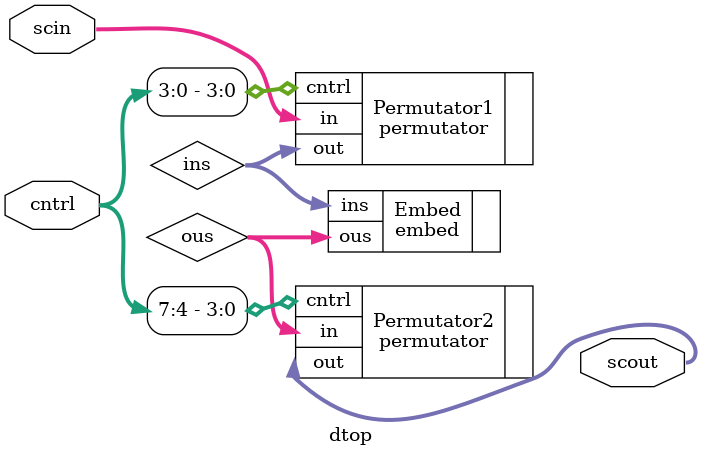
<source format=v>

`timescale 1ns / 100ps// result evaluated every 1nsec with 100psec resolution				

module dtop #(parameter scBusSize=37,parameter cntrlBusSize=8) (
	 input [scBusSize-1:0] scin
	,input [cntrlBusSize-1:0] cntrl
	,output [scBusSize-1:0] scout		
);	
	// inner signals (the communication between embed and permutator):
	wire [scBusSize-1:0] ins;
	wire [scBusSize-1:0] ous;
	
	// wiring the entire system:
	permutator Permutator1(.in(scin),.cntrl(cntrl[3:0]),.out(ins));// instantiation of the first permutator module
	embed Embed(.ins(ins),.ous(ous));
	permutator Permutator2(.in(ous),.cntrl(cntrl[7:4]),.out(scout));// instantiation of the second permutator module

endmodule

</source>
